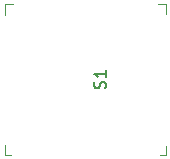
<source format=gto>
G04 #@! TF.FileFunction,Legend,Top*
%FSLAX46Y46*%
G04 Gerber Fmt 4.6, Leading zero omitted, Abs format (unit mm)*
G04 Created by KiCad (PCBNEW 4.0.7) date Tue Jul  3 21:06:47 2018*
%MOMM*%
%LPD*%
G01*
G04 APERTURE LIST*
%ADD10C,0.100000*%
%ADD11C,0.150000*%
G04 APERTURE END LIST*
D10*
X49575000Y-40075000D02*
X49575000Y-39125000D01*
X49575000Y-39125000D02*
X50250000Y-39125000D01*
X63225000Y-39975000D02*
X63225000Y-39125000D01*
X63225000Y-39125000D02*
X62550000Y-39125000D01*
X50150000Y-51875000D02*
X49575000Y-51875000D01*
X49575000Y-51875000D02*
X49575000Y-51075000D01*
X63225000Y-51175000D02*
X63225000Y-51875000D01*
X63225000Y-51875000D02*
X62725000Y-51875000D01*
D11*
X58104762Y-46261905D02*
X58152381Y-46119048D01*
X58152381Y-45880952D01*
X58104762Y-45785714D01*
X58057143Y-45738095D01*
X57961905Y-45690476D01*
X57866667Y-45690476D01*
X57771429Y-45738095D01*
X57723810Y-45785714D01*
X57676190Y-45880952D01*
X57628571Y-46071429D01*
X57580952Y-46166667D01*
X57533333Y-46214286D01*
X57438095Y-46261905D01*
X57342857Y-46261905D01*
X57247619Y-46214286D01*
X57200000Y-46166667D01*
X57152381Y-46071429D01*
X57152381Y-45833333D01*
X57200000Y-45690476D01*
X58152381Y-44738095D02*
X58152381Y-45309524D01*
X58152381Y-45023810D02*
X57152381Y-45023810D01*
X57295238Y-45119048D01*
X57390476Y-45214286D01*
X57438095Y-45309524D01*
M02*

</source>
